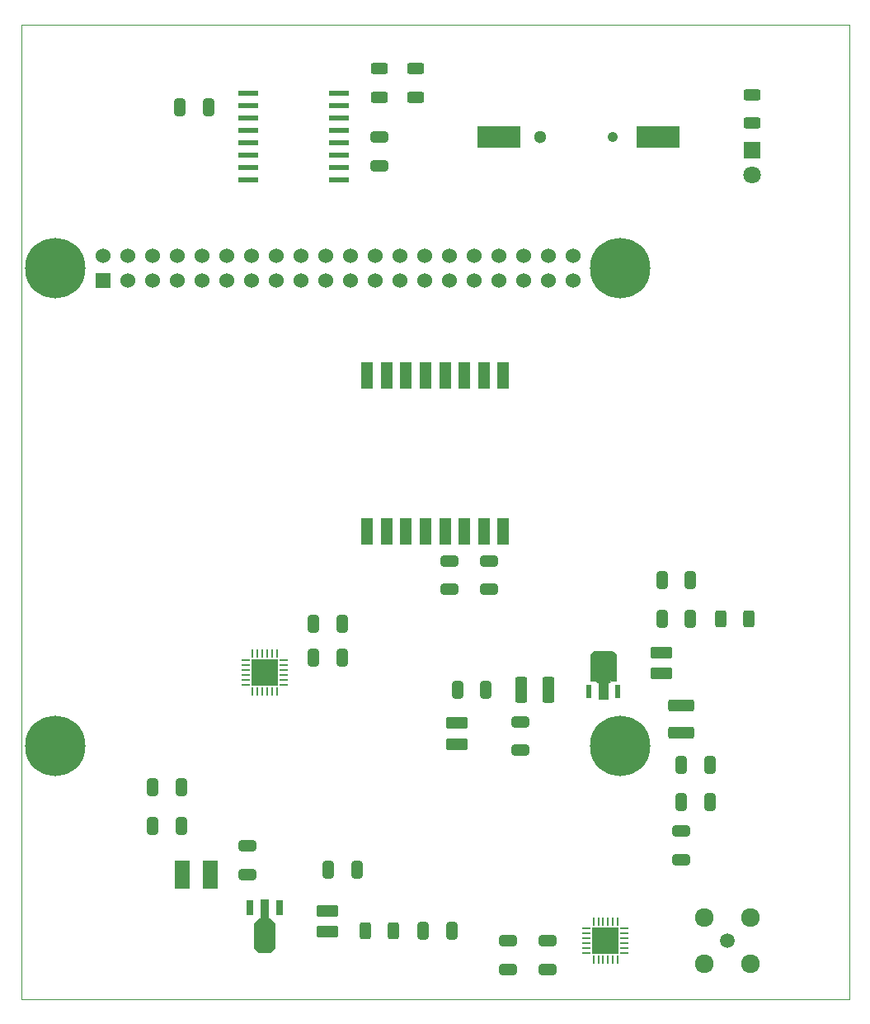
<source format=gbr>
%TF.GenerationSoftware,KiCad,Pcbnew,(6.0.7)*%
%TF.CreationDate,2022-10-30T05:00:52-05:00*%
%TF.ProjectId,GroundPCB,47726f75-6e64-4504-9342-2e6b69636164,1*%
%TF.SameCoordinates,Original*%
%TF.FileFunction,Soldermask,Top*%
%TF.FilePolarity,Negative*%
%FSLAX46Y46*%
G04 Gerber Fmt 4.6, Leading zero omitted, Abs format (unit mm)*
G04 Created by KiCad (PCBNEW (6.0.7)) date 2022-10-30 05:00:52*
%MOMM*%
%LPD*%
G01*
G04 APERTURE LIST*
G04 Aperture macros list*
%AMRoundRect*
0 Rectangle with rounded corners*
0 $1 Rounding radius*
0 $2 $3 $4 $5 $6 $7 $8 $9 X,Y pos of 4 corners*
0 Add a 4 corners polygon primitive as box body*
4,1,4,$2,$3,$4,$5,$6,$7,$8,$9,$2,$3,0*
0 Add four circle primitives for the rounded corners*
1,1,$1+$1,$2,$3*
1,1,$1+$1,$4,$5*
1,1,$1+$1,$6,$7*
1,1,$1+$1,$8,$9*
0 Add four rect primitives between the rounded corners*
20,1,$1+$1,$2,$3,$4,$5,0*
20,1,$1+$1,$4,$5,$6,$7,0*
20,1,$1+$1,$6,$7,$8,$9,0*
20,1,$1+$1,$8,$9,$2,$3,0*%
%AMFreePoly0*
4,1,11,0.965200,2.159000,0.965200,-0.254000,0.457200,-0.762000,0.457200,-2.667000,-0.457200,-2.667000,-0.457200,-0.762000,-0.965200,-0.254000,-0.965200,2.159000,-0.457200,2.667000,0.457200,2.667000,0.965200,2.159000,0.965200,2.159000,$1*%
G04 Aperture macros list end*
%TA.AperFunction,Profile*%
%ADD10C,0.100000*%
%TD*%
%ADD11C,0.010000*%
%ADD12C,6.200000*%
%ADD13C,1.524000*%
%ADD14R,1.524000X1.524000*%
%ADD15RoundRect,0.250000X-0.375000X-1.075000X0.375000X-1.075000X0.375000X1.075000X-0.375000X1.075000X0*%
%ADD16RoundRect,0.250000X-0.850000X0.375000X-0.850000X-0.375000X0.850000X-0.375000X0.850000X0.375000X0*%
%ADD17RoundRect,0.250000X0.650000X-0.325000X0.650000X0.325000X-0.650000X0.325000X-0.650000X-0.325000X0*%
%ADD18RoundRect,0.250000X-0.312500X-0.625000X0.312500X-0.625000X0.312500X0.625000X-0.312500X0.625000X0*%
%ADD19RoundRect,0.250000X-0.625000X0.312500X-0.625000X-0.312500X0.625000X-0.312500X0.625000X0.312500X0*%
%ADD20R,2.700000X2.700000*%
%ADD21R,0.250000X0.850000*%
%ADD22R,0.850000X0.250000*%
%ADD23RoundRect,0.250000X-0.325000X-0.650000X0.325000X-0.650000X0.325000X0.650000X-0.325000X0.650000X0*%
%ADD24R,1.550000X3.000000*%
%ADD25R,0.610000X1.350000*%
%ADD26RoundRect,0.041300X-0.983700X-0.253700X0.983700X-0.253700X0.983700X0.253700X-0.983700X0.253700X0*%
%ADD27RoundRect,0.250000X-0.650000X0.325000X-0.650000X-0.325000X0.650000X-0.325000X0.650000X0.325000X0*%
%ADD28RoundRect,0.250000X0.325000X0.650000X-0.325000X0.650000X-0.325000X-0.650000X0.325000X-0.650000X0*%
%ADD29C,1.920000*%
%ADD30C,1.508000*%
%ADD31R,1.800000X1.800000*%
%ADD32C,1.800000*%
%ADD33R,1.200000X2.800000*%
%ADD34RoundRect,0.250000X-1.075000X0.375000X-1.075000X-0.375000X1.075000X-0.375000X1.075000X0.375000X0*%
%ADD35RoundRect,0.250000X0.625000X-0.312500X0.625000X0.312500X-0.625000X0.312500X-0.625000X-0.312500X0*%
%ADD36C,1.300000*%
%ADD37C,1.050000*%
%ADD38R,4.500000X2.300000*%
%ADD39R,0.711200X1.498600*%
%ADD40FreePoly0,180.000000*%
G04 APERTURE END LIST*
D10*
X100000000Y-53500000D02*
X185000000Y-53500000D01*
X185000000Y-53500000D02*
X185000000Y-153500000D01*
X185000000Y-153500000D02*
X100000000Y-153500000D01*
X100000000Y-153500000D02*
X100000000Y-53500000D01*
%TO.C,U1*%
G36*
X161042500Y-118133830D02*
G01*
X161042500Y-120794000D01*
X160574269Y-120794000D01*
X160242500Y-121127330D01*
X160242500Y-122669000D01*
X159262500Y-122669000D01*
X159262500Y-121127330D01*
X158930731Y-120794000D01*
X158462500Y-120794000D01*
X158462500Y-118133830D01*
X158825131Y-117774000D01*
X160679869Y-117774000D01*
X161042500Y-118133830D01*
G37*
D11*
X161042500Y-118133830D02*
X161042500Y-120794000D01*
X160574269Y-120794000D01*
X160242500Y-121127330D01*
X160242500Y-122669000D01*
X159262500Y-122669000D01*
X159262500Y-121127330D01*
X158930731Y-120794000D01*
X158462500Y-120794000D01*
X158462500Y-118133830D01*
X158825131Y-117774000D01*
X160679869Y-117774000D01*
X161042500Y-118133830D01*
%TO.C,U2*%
G36*
X126092200Y-145695200D02*
G01*
X126092200Y-148235200D01*
X125584200Y-148743200D01*
X124441200Y-148743200D01*
X123933200Y-148235200D01*
X123933200Y-145695200D01*
X124441200Y-145187200D01*
X125584200Y-145187200D01*
X126092200Y-145695200D01*
G37*
%TD*%
D12*
%TO.C,A1*%
X103500000Y-127500000D03*
X161500000Y-127500000D03*
X161500000Y-78500000D03*
X103500000Y-78500000D03*
D13*
X156630000Y-77230000D03*
X156630000Y-79770000D03*
X154090000Y-77230000D03*
X154090000Y-79770000D03*
X151550000Y-77230000D03*
X151550000Y-79770000D03*
X149010000Y-77230000D03*
X149010000Y-79770000D03*
X146470000Y-77230000D03*
X146470000Y-79770000D03*
X143930000Y-77230000D03*
X143930000Y-79770000D03*
X141390000Y-77230000D03*
X141390000Y-79770000D03*
X138850000Y-77230000D03*
X138850000Y-79770000D03*
X136310000Y-77230000D03*
X136310000Y-79770000D03*
X133770000Y-77230000D03*
X133770000Y-79770000D03*
X131230000Y-77230000D03*
X131230000Y-79770000D03*
X128690000Y-77230000D03*
X128690000Y-79770000D03*
X126150000Y-77230000D03*
X126150000Y-79770000D03*
X123610000Y-77230000D03*
X123610000Y-79770000D03*
X121070000Y-77230000D03*
X121070000Y-79770000D03*
X118530000Y-77230000D03*
X118530000Y-79770000D03*
X115990000Y-77230000D03*
X115990000Y-79770000D03*
X113450000Y-77230000D03*
X113450000Y-79770000D03*
X110910000Y-77230000D03*
X110910000Y-79770000D03*
X108370000Y-77230000D03*
D14*
X108370000Y-79770000D03*
%TD*%
D15*
%TO.C,L3*%
X154150000Y-121750000D03*
X151350000Y-121750000D03*
%TD*%
D16*
%TO.C,L1*%
X144750000Y-127325000D03*
X144750000Y-125175000D03*
%TD*%
D17*
%TO.C,C5*%
X123250000Y-137775000D03*
X123250000Y-140725000D03*
%TD*%
D18*
%TO.C,R2*%
X174712500Y-114500000D03*
X171787500Y-114500000D03*
%TD*%
D19*
%TO.C,R3*%
X140525000Y-60962500D03*
X140525000Y-58037500D03*
%TD*%
D20*
%TO.C,IC2*%
X160000000Y-147505000D03*
D21*
X161250000Y-149455000D03*
X160750000Y-149455000D03*
X160250000Y-149455000D03*
X159750000Y-149455000D03*
X159250000Y-149455000D03*
X158750000Y-149455000D03*
D22*
X158050000Y-148755000D03*
X158050000Y-148255000D03*
X158050000Y-147755000D03*
X158050000Y-147255000D03*
X158050000Y-146755000D03*
X158050000Y-146255000D03*
D21*
X158750000Y-145555000D03*
X159250000Y-145555000D03*
X159750000Y-145555000D03*
X160250000Y-145555000D03*
X160750000Y-145555000D03*
X161250000Y-145555000D03*
D22*
X161950000Y-146255000D03*
X161950000Y-146755000D03*
X161950000Y-147255000D03*
X161950000Y-147755000D03*
X161950000Y-148255000D03*
X161950000Y-148755000D03*
%TD*%
D23*
%TO.C,C10*%
X170725000Y-129500000D03*
X167775000Y-129500000D03*
%TD*%
D24*
%TO.C,L4*%
X116575000Y-140750000D03*
X119425000Y-140750000D03*
%TD*%
D16*
%TO.C,L5*%
X165750000Y-120075000D03*
X165750000Y-117925000D03*
%TD*%
D17*
%TO.C,C16*%
X154000000Y-147525000D03*
X154000000Y-150475000D03*
%TD*%
D25*
%TO.C,U1*%
X161247500Y-121894000D03*
X158257500Y-121894000D03*
%TD*%
D17*
%TO.C,C18*%
X150000000Y-147525000D03*
X150000000Y-150475000D03*
%TD*%
D23*
%TO.C,C17*%
X132975000Y-115000000D03*
X130025000Y-115000000D03*
%TD*%
D17*
%TO.C,C14*%
X144000000Y-108525000D03*
X144000000Y-111475000D03*
%TD*%
D23*
%TO.C,C15*%
X132975000Y-118500000D03*
X130025000Y-118500000D03*
%TD*%
%TO.C,C19*%
X119225000Y-62000000D03*
X116275000Y-62000000D03*
%TD*%
D26*
%TO.C,U4*%
X132655000Y-60555000D03*
X132655000Y-61825000D03*
X132655000Y-63095000D03*
X132655000Y-64365000D03*
X132655000Y-65635000D03*
X132655000Y-66905000D03*
X132655000Y-68175000D03*
X132655000Y-69445000D03*
X123345000Y-69445000D03*
X123345000Y-68175000D03*
X123345000Y-66905000D03*
X123345000Y-65635000D03*
X123345000Y-64365000D03*
X123345000Y-63095000D03*
X123345000Y-61825000D03*
X123345000Y-60555000D03*
%TD*%
D23*
%TO.C,C4*%
X144225000Y-146500000D03*
X141275000Y-146500000D03*
%TD*%
%TO.C,C1*%
X147725000Y-121750000D03*
X144775000Y-121750000D03*
%TD*%
D27*
%TO.C,C20*%
X136775000Y-67975000D03*
X136775000Y-65025000D03*
%TD*%
D28*
%TO.C,C2*%
X131525000Y-140250000D03*
X134475000Y-140250000D03*
%TD*%
%TO.C,C6*%
X113525000Y-131750000D03*
X116475000Y-131750000D03*
%TD*%
D23*
%TO.C,C8*%
X168725000Y-110500000D03*
X165775000Y-110500000D03*
%TD*%
D29*
%TO.C,J1*%
X174900000Y-145100000D03*
X174900000Y-149900000D03*
X170100000Y-149900000D03*
X170100000Y-145100000D03*
D30*
X172500000Y-147500000D03*
%TD*%
D18*
%TO.C,R1*%
X138212500Y-146500000D03*
X135287500Y-146500000D03*
%TD*%
D31*
%TO.C,D1*%
X175000000Y-66381250D03*
D32*
X175000000Y-68921250D03*
%TD*%
D17*
%TO.C,C13*%
X148000000Y-108525000D03*
X148000000Y-111475000D03*
%TD*%
D33*
%TO.C,U3*%
X149500000Y-105500000D03*
X147500000Y-105500000D03*
X145500000Y-105500000D03*
X143500000Y-105500000D03*
X141500000Y-105500000D03*
X139500000Y-105500000D03*
X137500000Y-105500000D03*
X135500000Y-105500000D03*
X135500000Y-89500000D03*
X137500000Y-89500000D03*
X139500000Y-89500000D03*
X141500000Y-89500000D03*
X143500000Y-89500000D03*
X145500000Y-89500000D03*
X147500000Y-89500000D03*
X149500000Y-89500000D03*
%TD*%
D34*
%TO.C,L6*%
X167750000Y-126150000D03*
X167750000Y-123350000D03*
%TD*%
D27*
%TO.C,C12*%
X167750000Y-139225000D03*
X167750000Y-136275000D03*
%TD*%
D35*
%TO.C,R5*%
X175000000Y-60693750D03*
X175000000Y-63618750D03*
%TD*%
D19*
%TO.C,R4*%
X136775000Y-60962500D03*
X136775000Y-58037500D03*
%TD*%
D36*
%TO.C,BT1*%
X153275000Y-65000000D03*
D37*
X160725000Y-65000000D03*
D38*
X165425000Y-65000000D03*
X149025000Y-65000000D03*
%TD*%
D16*
%TO.C,L2*%
X131425000Y-146575000D03*
X131425000Y-144425000D03*
%TD*%
D27*
%TO.C,C3*%
X151250000Y-127975000D03*
X151250000Y-125025000D03*
%TD*%
D28*
%TO.C,C7*%
X113525000Y-135750000D03*
X116475000Y-135750000D03*
%TD*%
D23*
%TO.C,C9*%
X168725000Y-114500000D03*
X165775000Y-114500000D03*
%TD*%
D20*
%TO.C,IC1*%
X125000000Y-120000000D03*
D21*
X123750000Y-118050000D03*
X124250000Y-118050000D03*
X124750000Y-118050000D03*
X125250000Y-118050000D03*
X125750000Y-118050000D03*
X126250000Y-118050000D03*
D22*
X126950000Y-118750000D03*
X126950000Y-119250000D03*
X126950000Y-119750000D03*
X126950000Y-120250000D03*
X126950000Y-120750000D03*
X126950000Y-121250000D03*
D21*
X126250000Y-121950000D03*
X125750000Y-121950000D03*
X125250000Y-121950000D03*
X124750000Y-121950000D03*
X124250000Y-121950000D03*
X123750000Y-121950000D03*
D22*
X123050000Y-121250000D03*
X123050000Y-120750000D03*
X123050000Y-120250000D03*
X123050000Y-119750000D03*
X123050000Y-119250000D03*
X123050000Y-118750000D03*
%TD*%
D23*
%TO.C,C11*%
X170725000Y-133250000D03*
X167775000Y-133250000D03*
%TD*%
D39*
%TO.C,U2*%
X123501400Y-144095000D03*
D40*
X125000000Y-146000000D03*
D39*
X126498600Y-144095000D03*
%TD*%
M02*

</source>
